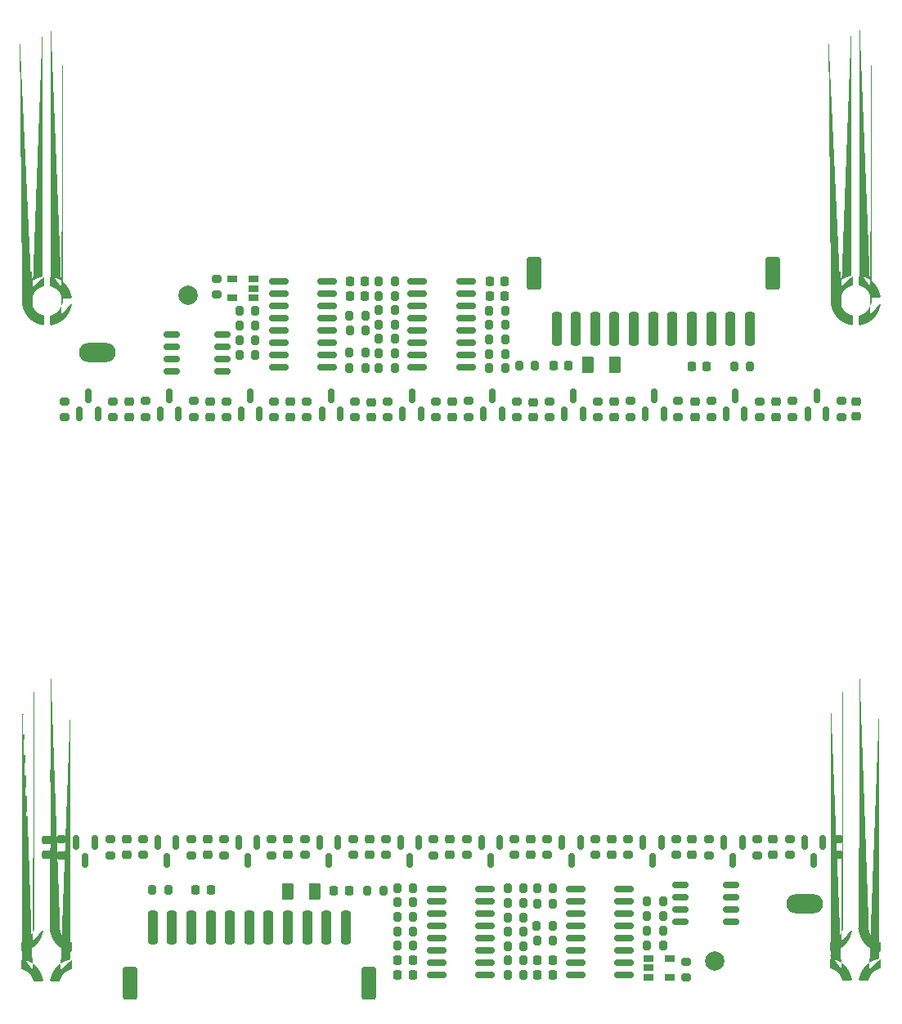
<source format=gtp>
%TF.GenerationSoftware,KiCad,Pcbnew,(6.0.0-rc1-392-g84e0feeee6)*%
%TF.CreationDate,2022-07-25T10:34:59+07:00*%
%TF.ProjectId,Ambino Fan HUB CH552G_Panellize,416d6269-6e6f-4204-9661-6e2048554220,rev?*%
%TF.SameCoordinates,Original*%
%TF.FileFunction,Paste,Top*%
%TF.FilePolarity,Positive*%
%FSLAX46Y46*%
G04 Gerber Fmt 4.6, Leading zero omitted, Abs format (unit mm)*
G04 Created by KiCad (PCBNEW (6.0.0-rc1-392-g84e0feeee6)) date 2022-07-25 10:34:59*
%MOMM*%
%LPD*%
G01*
G04 APERTURE LIST*
G04 Aperture macros list*
%AMRoundRect*
0 Rectangle with rounded corners*
0 $1 Rounding radius*
0 $2 $3 $4 $5 $6 $7 $8 $9 X,Y pos of 4 corners*
0 Add a 4 corners polygon primitive as box body*
4,1,4,$2,$3,$4,$5,$6,$7,$8,$9,$2,$3,0*
0 Add four circle primitives for the rounded corners*
1,1,$1+$1,$2,$3*
1,1,$1+$1,$4,$5*
1,1,$1+$1,$6,$7*
1,1,$1+$1,$8,$9*
0 Add four rect primitives between the rounded corners*
20,1,$1+$1,$2,$3,$4,$5,0*
20,1,$1+$1,$4,$5,$6,$7,0*
20,1,$1+$1,$6,$7,$8,$9,0*
20,1,$1+$1,$8,$9,$2,$3,0*%
%AMFreePoly0*
4,1,53,1.134006,1.032936,1.153104,0.974157,1.153104,0.147677,1.134006,0.088898,1.084006,0.052571,1.074991,0.052571,1.068409,0.048399,1.059129,0.048988,0.869394,-0.013469,0.681766,-0.104658,0.508048,-0.220165,0.351373,-0.357907,0.214567,-0.515398,0.100095,-0.689800,0.010023,-0.877967,-0.051304,-1.068070,-0.050660,-1.077346,-0.052571,-1.080401,-0.052571,-1.084006,-0.068802,-1.106346,
-0.083438,-1.129742,-0.086779,-1.131090,-0.088898,-1.134006,-0.115154,-1.142537,-0.140753,-1.152864,-0.144249,-1.151990,-0.147677,-1.153104,-0.974157,-1.153104,-0.996709,-1.145777,-1.020112,-1.141920,-1.025561,-1.136402,-1.032936,-1.134006,-1.046875,-1.114820,-1.063540,-1.097946,-1.064705,-1.090279,-1.069263,-1.084006,-1.069263,-1.060289,-1.072826,-1.036844,-1.010353,-0.756703,-0.916914,-0.485316,
-0.793682,-0.226095,-0.642207,0.017702,-0.464393,0.243011,-0.262475,0.446998,-0.038991,0.627101,0.203248,0.781054,0.461200,0.906922,0.731619,1.003125,1.011109,1.068451,1.019458,1.067269,1.022202,1.069263,1.084006,1.069263,1.134006,1.032936,1.134006,1.032936,$1*%
%AMFreePoly1*
4,1,53,0.996709,1.145777,1.020112,1.141920,1.025561,1.136402,1.032936,1.134006,1.046875,1.114820,1.063540,1.097946,1.064705,1.090279,1.069263,1.084006,1.069263,1.060289,1.072826,1.036844,1.010353,0.756703,0.916914,0.485316,0.793682,0.226095,0.642207,-0.017702,0.464393,-0.243011,0.262475,-0.446998,0.038991,-0.627101,-0.203248,-0.781054,-0.461200,-0.906922,-0.731619,-1.003125,
-1.011109,-1.068451,-1.019458,-1.067269,-1.022202,-1.069263,-1.084006,-1.069263,-1.134006,-1.032936,-1.153104,-0.974157,-1.153104,-0.147677,-1.134006,-0.088898,-1.084006,-0.052571,-1.074991,-0.052571,-1.068409,-0.048399,-1.059129,-0.048988,-0.869394,0.013469,-0.681766,0.104658,-0.508048,0.220165,-0.351373,0.357907,-0.214567,0.515398,-0.100095,0.689800,-0.010023,0.877967,0.051304,1.068070,
0.050660,1.077346,0.052571,1.080401,0.052571,1.084006,0.068802,1.106346,0.083438,1.129742,0.086779,1.131090,0.088898,1.134006,0.115154,1.142537,0.140753,1.152864,0.144249,1.151990,0.147677,1.153104,0.974157,1.153104,0.996709,1.145777,0.996709,1.145777,$1*%
%AMFreePoly2*
4,1,53,-0.088898,1.134006,-0.052571,1.084006,-0.052571,1.074991,-0.048399,1.068409,-0.048988,1.059129,0.013469,0.869394,0.104658,0.681766,0.220165,0.508048,0.357907,0.351373,0.515398,0.214567,0.689800,0.100095,0.877967,0.010023,1.068070,-0.051304,1.077346,-0.050660,1.080401,-0.052571,1.084006,-0.052571,1.106346,-0.068802,1.129742,-0.083438,1.131090,-0.086779,1.134006,-0.088898,
1.142537,-0.115154,1.152864,-0.140753,1.151990,-0.144249,1.153104,-0.147677,1.153104,-0.974157,1.145777,-0.996709,1.141920,-1.020112,1.136402,-1.025561,1.134006,-1.032936,1.114820,-1.046875,1.097946,-1.063540,1.090279,-1.064705,1.084006,-1.069263,1.060289,-1.069263,1.036844,-1.072826,0.756703,-1.010353,0.485316,-0.916914,0.226095,-0.793682,-0.017702,-0.642207,-0.243011,-0.464393,
-0.446998,-0.262475,-0.627101,-0.038991,-0.781054,0.203248,-0.906922,0.461200,-1.003125,0.731619,-1.068451,1.011109,-1.067269,1.019458,-1.069263,1.022202,-1.069263,1.084006,-1.032936,1.134006,-0.974157,1.153104,-0.147677,1.153104,-0.088898,1.134006,-0.088898,1.134006,$1*%
%AMFreePoly3*
4,1,53,-0.756703,1.010353,-0.485316,0.916914,-0.226095,0.793682,0.017702,0.642207,0.243011,0.464393,0.446998,0.262475,0.627101,0.038991,0.781054,-0.203248,0.906922,-0.461200,1.003125,-0.731619,1.068451,-1.011109,1.067269,-1.019458,1.069263,-1.022202,1.069263,-1.084006,1.032936,-1.134006,0.974157,-1.153104,0.147677,-1.153104,0.088898,-1.134006,0.052571,-1.084006,0.052571,-1.074991,
0.048399,-1.068409,0.048988,-1.059129,-0.013469,-0.869394,-0.104658,-0.681766,-0.220165,-0.508048,-0.357907,-0.351373,-0.515398,-0.214567,-0.689800,-0.100095,-0.877967,-0.010023,-1.068070,0.051304,-1.077346,0.050660,-1.080401,0.052571,-1.084006,0.052571,-1.106346,0.068802,-1.129742,0.083438,-1.131090,0.086779,-1.134006,0.088898,-1.142537,0.115154,-1.152864,0.140753,-1.151990,0.144249,
-1.153104,0.147677,-1.153104,0.974157,-1.145777,0.996709,-1.141920,1.020112,-1.136402,1.025561,-1.134006,1.032936,-1.114820,1.046875,-1.097946,1.063540,-1.090279,1.064705,-1.084006,1.069263,-1.060289,1.069263,-1.036844,1.072826,-0.756703,1.010353,-0.756703,1.010353,$1*%
G04 Aperture macros list end*
%ADD10RoundRect,0.200000X-0.275000X0.200000X-0.275000X-0.200000X0.275000X-0.200000X0.275000X0.200000X0*%
%ADD11RoundRect,0.200000X-0.200000X-0.275000X0.200000X-0.275000X0.200000X0.275000X-0.200000X0.275000X0*%
%ADD12RoundRect,0.150000X-0.150000X0.587500X-0.150000X-0.587500X0.150000X-0.587500X0.150000X0.587500X0*%
%ADD13RoundRect,0.200000X0.275000X-0.200000X0.275000X0.200000X-0.275000X0.200000X-0.275000X-0.200000X0*%
%ADD14RoundRect,0.200000X0.200000X0.275000X-0.200000X0.275000X-0.200000X-0.275000X0.200000X-0.275000X0*%
%ADD15RoundRect,0.150000X0.850000X0.150000X-0.850000X0.150000X-0.850000X-0.150000X0.850000X-0.150000X0*%
%ADD16R,1.060000X0.650000*%
%ADD17C,2.000000*%
%ADD18RoundRect,0.225000X0.225000X0.250000X-0.225000X0.250000X-0.225000X-0.250000X0.225000X-0.250000X0*%
%ADD19O,3.800000X2.000000*%
%ADD20RoundRect,0.218750X-0.256250X0.218750X-0.256250X-0.218750X0.256250X-0.218750X0.256250X0.218750X0*%
%ADD21RoundRect,0.218750X0.218750X0.256250X-0.218750X0.256250X-0.218750X-0.256250X0.218750X-0.256250X0*%
%ADD22RoundRect,0.218750X-0.218750X-0.256250X0.218750X-0.256250X0.218750X0.256250X-0.218750X0.256250X0*%
%ADD23RoundRect,0.150000X-0.675000X-0.150000X0.675000X-0.150000X0.675000X0.150000X-0.675000X0.150000X0*%
%ADD24RoundRect,0.250000X-0.375000X-0.625000X0.375000X-0.625000X0.375000X0.625000X-0.375000X0.625000X0*%
%ADD25FreePoly0,180.000000*%
%ADD26FreePoly1,180.000000*%
%ADD27FreePoly2,180.000000*%
%ADD28FreePoly3,180.000000*%
%ADD29RoundRect,0.250000X-0.250000X-1.500000X0.250000X-1.500000X0.250000X1.500000X-0.250000X1.500000X0*%
%ADD30RoundRect,0.250001X-0.499999X-1.449999X0.499999X-1.449999X0.499999X1.449999X-0.499999X1.449999X0*%
%ADD31FreePoly1,0.000000*%
%ADD32FreePoly0,0.000000*%
%ADD33FreePoly3,0.000000*%
%ADD34FreePoly2,0.000000*%
%ADD35RoundRect,0.250000X0.375000X0.625000X-0.375000X0.625000X-0.375000X-0.625000X0.375000X-0.625000X0*%
%ADD36RoundRect,0.225000X-0.225000X-0.250000X0.225000X-0.250000X0.225000X0.250000X-0.225000X0.250000X0*%
%ADD37RoundRect,0.150000X0.675000X0.150000X-0.675000X0.150000X-0.675000X-0.150000X0.675000X-0.150000X0*%
%ADD38RoundRect,0.250000X0.250000X1.500000X-0.250000X1.500000X-0.250000X-1.500000X0.250000X-1.500000X0*%
%ADD39RoundRect,0.250001X0.499999X1.449999X-0.499999X1.449999X-0.499999X-1.449999X0.499999X-1.449999X0*%
%ADD40RoundRect,0.218750X0.256250X-0.218750X0.256250X0.218750X-0.256250X0.218750X-0.256250X-0.218750X0*%
%ADD41RoundRect,0.150000X0.150000X-0.587500X0.150000X0.587500X-0.150000X0.587500X-0.150000X-0.587500X0*%
%ADD42RoundRect,0.150000X-0.850000X-0.150000X0.850000X-0.150000X0.850000X0.150000X-0.850000X0.150000X0*%
G04 APERTURE END LIST*
D10*
%TO.C,R12*%
X121651200Y-105341017D03*
X121651200Y-106991017D03*
%TD*%
D11*
%TO.C,R40*%
X154036193Y-110446017D03*
X155686193Y-110446017D03*
%TD*%
D12*
%TO.C,Q9*%
X150196197Y-105638517D03*
X148296197Y-105638517D03*
X149246197Y-107513517D03*
%TD*%
D13*
%TO.C,R5*%
X176841194Y-106981017D03*
X176841194Y-105331017D03*
%TD*%
D12*
%TO.C,Q3*%
X175301194Y-105638517D03*
X173401194Y-105638517D03*
X174351194Y-107513517D03*
%TD*%
D10*
%TO.C,R26*%
X169451193Y-117991017D03*
X169451193Y-119641017D03*
%TD*%
%TO.C,R7*%
X171851194Y-105341017D03*
X171851194Y-106991017D03*
%TD*%
%TO.C,R14*%
X118246201Y-105331017D03*
X118246201Y-106981017D03*
%TD*%
D11*
%TO.C,R39*%
X165446193Y-116316017D03*
X167096193Y-116316017D03*
%TD*%
%TO.C,R21*%
X154036193Y-115786017D03*
X155686193Y-115786017D03*
%TD*%
%TO.C,R24*%
X139581193Y-114868518D03*
X141231193Y-114868518D03*
%TD*%
%TO.C,R22*%
X154026193Y-114296017D03*
X155676193Y-114296017D03*
%TD*%
D14*
%TO.C,R25*%
X167076193Y-114810017D03*
X165426193Y-114810017D03*
%TD*%
D10*
%TO.C,R20*%
X104761193Y-105331017D03*
X104761193Y-106981017D03*
%TD*%
D12*
%TO.C,Q1*%
X183661193Y-105638517D03*
X181761193Y-105638517D03*
X182711193Y-107513517D03*
%TD*%
D10*
%TO.C,R16*%
X113266201Y-105311017D03*
X113266201Y-106961017D03*
%TD*%
%TO.C,R8*%
X130001199Y-105326017D03*
X130001199Y-106976017D03*
%TD*%
%TO.C,R3*%
X180201193Y-105301017D03*
X180201193Y-106951017D03*
%TD*%
%TO.C,R17*%
X151716197Y-105321017D03*
X151716197Y-106971017D03*
%TD*%
D11*
%TO.C,R23*%
X139581193Y-116364351D03*
X141231193Y-116364351D03*
%TD*%
D10*
%TO.C,R11*%
X163496195Y-105318517D03*
X163496195Y-106968517D03*
%TD*%
%TO.C,R19*%
X146756197Y-105311017D03*
X146756197Y-106961017D03*
%TD*%
D13*
%TO.C,R1*%
X185231193Y-106971017D03*
X185231193Y-105321017D03*
%TD*%
D11*
%TO.C,R41*%
X154046193Y-111976017D03*
X155696193Y-111976017D03*
%TD*%
D12*
%TO.C,Q5*%
X166936195Y-105638517D03*
X165036195Y-105638517D03*
X165986195Y-107513517D03*
%TD*%
D10*
%TO.C,R10*%
X126601200Y-105341017D03*
X126601200Y-106991017D03*
%TD*%
%TO.C,R13*%
X160091196Y-105321017D03*
X160091196Y-106971017D03*
%TD*%
%TO.C,R4*%
X138381198Y-105321017D03*
X138381198Y-106971017D03*
%TD*%
D15*
%TO.C,U3*%
X148661193Y-119351017D03*
X148661193Y-118081017D03*
X148661193Y-116811017D03*
X148661193Y-115541017D03*
X148661193Y-114271017D03*
X148661193Y-113001017D03*
X148661193Y-111731017D03*
X148661193Y-110461017D03*
X143661193Y-110461017D03*
X143661193Y-111731017D03*
X143661193Y-113001017D03*
X143661193Y-114271017D03*
X143661193Y-115541017D03*
X143661193Y-116811017D03*
X143661193Y-118081017D03*
X143661193Y-119351017D03*
%TD*%
D12*
%TO.C,Q7*%
X158551196Y-105638517D03*
X156651196Y-105638517D03*
X157601196Y-107513517D03*
%TD*%
D16*
%TO.C,U1*%
X165611193Y-117696017D03*
X165611193Y-118646017D03*
X165611193Y-119596017D03*
X167811193Y-119596017D03*
X167811193Y-117696017D03*
%TD*%
D10*
%TO.C,R6*%
X134991199Y-105311017D03*
X134991199Y-106961017D03*
%TD*%
D17*
%TO.C,PWM_Out*%
X172411193Y-117976017D03*
%TD*%
D12*
%TO.C,Q6*%
X125071200Y-105638517D03*
X123171200Y-105638517D03*
X124121200Y-107513517D03*
%TD*%
%TO.C,Q8*%
X116696201Y-105638517D03*
X114796201Y-105638517D03*
X115746201Y-107513517D03*
%TD*%
D18*
%TO.C,C2*%
X155646193Y-119356017D03*
X154096193Y-119356017D03*
%TD*%
D10*
%TO.C,R18*%
X109861202Y-105331017D03*
X109861202Y-106981017D03*
%TD*%
D12*
%TO.C,Q10*%
X108241193Y-105648517D03*
X106341193Y-105648517D03*
X107291193Y-107523517D03*
%TD*%
D18*
%TO.C,C4*%
X141181193Y-117860184D03*
X139631193Y-117860184D03*
%TD*%
D15*
%TO.C,U2*%
X163041193Y-119381017D03*
X163041193Y-118111017D03*
X163041193Y-116841017D03*
X163041193Y-115571017D03*
X163041193Y-114301017D03*
X163041193Y-113031017D03*
X163041193Y-111761017D03*
X163041193Y-110491017D03*
X158041193Y-110491017D03*
X158041193Y-111761017D03*
X158041193Y-113031017D03*
X158041193Y-114301017D03*
X158041193Y-115571017D03*
X158041193Y-116841017D03*
X158041193Y-118111017D03*
X158041193Y-119381017D03*
%TD*%
D19*
%TO.C,FAN_GND*%
X181801193Y-112016017D03*
%TD*%
D10*
%TO.C,R15*%
X155121196Y-105311017D03*
X155121196Y-106961017D03*
%TD*%
%TO.C,R2*%
X143351198Y-105361017D03*
X143351198Y-107011017D03*
%TD*%
%TO.C,R9*%
X168456195Y-105318517D03*
X168456195Y-106968517D03*
%TD*%
D14*
%TO.C,R27*%
X167076193Y-111746017D03*
X165426193Y-111746017D03*
%TD*%
D11*
%TO.C,R35*%
X151026193Y-119376017D03*
X152676193Y-119376017D03*
%TD*%
D20*
%TO.C,F8*%
X161801193Y-105338517D03*
X161801193Y-106913517D03*
%TD*%
D11*
%TO.C,R43*%
X136486193Y-110656017D03*
X138136193Y-110656017D03*
%TD*%
D14*
%TO.C,R29*%
X141231193Y-113372685D03*
X139581193Y-113372685D03*
%TD*%
D20*
%TO.C,F6*%
X170111193Y-105338517D03*
X170111193Y-106913517D03*
%TD*%
D11*
%TO.C,R33*%
X151026193Y-110436017D03*
X152676193Y-110436017D03*
%TD*%
D21*
%TO.C,D2*%
X134598693Y-110676017D03*
X133023693Y-110676017D03*
%TD*%
D11*
%TO.C,R31*%
X151026193Y-117886017D03*
X152676193Y-117886017D03*
%TD*%
D22*
%TO.C,D1*%
X118703693Y-110596017D03*
X120278693Y-110596017D03*
%TD*%
D11*
%TO.C,R37*%
X151026193Y-111926017D03*
X152676193Y-111926017D03*
%TD*%
D20*
%TO.C,F2*%
X103241193Y-105378517D03*
X103241193Y-106953517D03*
%TD*%
D12*
%TO.C,Q4*%
X133441199Y-105638517D03*
X131541199Y-105638517D03*
X132491199Y-107513517D03*
%TD*%
D11*
%TO.C,R38*%
X151026193Y-113416017D03*
X152676193Y-113416017D03*
%TD*%
D12*
%TO.C,Q2*%
X141821198Y-105638517D03*
X139921198Y-105638517D03*
X140871198Y-107513517D03*
%TD*%
D11*
%TO.C,R34*%
X151026193Y-114906017D03*
X152676193Y-114906017D03*
%TD*%
D20*
%TO.C,F11*%
X111561193Y-105348517D03*
X111561193Y-106923517D03*
%TD*%
%TO.C,F7*%
X178501193Y-105328517D03*
X178501193Y-106903517D03*
%TD*%
D14*
%TO.C,R32*%
X141231193Y-111876852D03*
X139581193Y-111876852D03*
%TD*%
%TO.C,R36*%
X141231193Y-110381019D03*
X139581193Y-110381019D03*
%TD*%
%TO.C,R42*%
X115891193Y-110596017D03*
X114241193Y-110596017D03*
%TD*%
D11*
%TO.C,R30*%
X151026193Y-116396017D03*
X152676193Y-116396017D03*
%TD*%
D18*
%TO.C,C1*%
X141181193Y-119356017D03*
X139631193Y-119356017D03*
%TD*%
D23*
%TO.C,Q11*%
X168856193Y-113918061D03*
X168856193Y-111378061D03*
X168856193Y-110108061D03*
X168856193Y-112648061D03*
X174106193Y-112648061D03*
X174106193Y-111378061D03*
X174106193Y-110108061D03*
X174106193Y-113918061D03*
%TD*%
D18*
%TO.C,C3*%
X155646193Y-117846017D03*
X154096193Y-117846017D03*
%TD*%
D24*
%TO.C,F1*%
X128231193Y-110716017D03*
X131031193Y-110716017D03*
%TD*%
D25*
%TO.C,H7*%
X188459297Y-118829121D03*
D26*
X185553089Y-115922913D03*
D27*
X188459297Y-115922913D03*
D28*
X185553089Y-118829121D03*
%TD*%
D26*
%TO.C,H6*%
X101828089Y-115947913D03*
D25*
X104734297Y-118854121D03*
D28*
X101828089Y-118854121D03*
D27*
X104734297Y-115947913D03*
%TD*%
D20*
%TO.C,F10*%
X128261193Y-105366017D03*
X128261193Y-106941017D03*
%TD*%
%TO.C,F3*%
X119951193Y-105368517D03*
X119951193Y-106943517D03*
%TD*%
D11*
%TO.C,R28*%
X165426193Y-113278017D03*
X167076193Y-113278017D03*
%TD*%
D20*
%TO.C,F4*%
X136681193Y-105318517D03*
X136681193Y-106893517D03*
%TD*%
%TO.C,F5*%
X153411193Y-105318517D03*
X153411193Y-106893517D03*
%TD*%
D29*
%TO.C,J1*%
X114261193Y-114486017D03*
X116261193Y-114486017D03*
X118261193Y-114486017D03*
X120261193Y-114486017D03*
X122261193Y-114486017D03*
X124261193Y-114486017D03*
X126261193Y-114486017D03*
X128261193Y-114486017D03*
X130261193Y-114486017D03*
X132261193Y-114486017D03*
X134261193Y-114486017D03*
D30*
X136611193Y-120236017D03*
X111911193Y-120236017D03*
%TD*%
D20*
%TO.C,F9*%
X145021193Y-105366017D03*
X145021193Y-106941017D03*
%TD*%
D31*
%TO.C,H6*%
X188503104Y-51018104D03*
D32*
X185596896Y-48111896D03*
D33*
X188503104Y-48111896D03*
D34*
X185596896Y-51018104D03*
%TD*%
D32*
%TO.C,H7*%
X101871896Y-48136896D03*
D31*
X104778104Y-51043104D03*
D34*
X101871896Y-51043104D03*
D33*
X104778104Y-48136896D03*
%TD*%
D35*
%TO.C,F1*%
X162100000Y-56250000D03*
X159300000Y-56250000D03*
%TD*%
D36*
%TO.C,C3*%
X134685000Y-49120000D03*
X136235000Y-49120000D03*
%TD*%
D37*
%TO.C,Q11*%
X121475000Y-53047956D03*
X121475000Y-55587956D03*
X121475000Y-56857956D03*
X121475000Y-54317956D03*
X116225000Y-54317956D03*
X116225000Y-55587956D03*
X116225000Y-56857956D03*
X116225000Y-53047956D03*
%TD*%
D14*
%TO.C,R28*%
X124905000Y-53688000D03*
X123255000Y-53688000D03*
%TD*%
D38*
%TO.C,J1*%
X176070000Y-52480000D03*
X174070000Y-52480000D03*
X172070000Y-52480000D03*
X170070000Y-52480000D03*
X168070000Y-52480000D03*
X166070000Y-52480000D03*
X164070000Y-52480000D03*
X162070000Y-52480000D03*
X160070000Y-52480000D03*
X158070000Y-52480000D03*
X156070000Y-52480000D03*
D39*
X153720000Y-46730000D03*
X178420000Y-46730000D03*
%TD*%
D40*
%TO.C,F4*%
X153650000Y-61647500D03*
X153650000Y-60072500D03*
%TD*%
%TO.C,F10*%
X162070000Y-61600000D03*
X162070000Y-60025000D03*
%TD*%
%TO.C,F3*%
X170380000Y-61597500D03*
X170380000Y-60022500D03*
%TD*%
%TO.C,F9*%
X145310000Y-61600000D03*
X145310000Y-60025000D03*
%TD*%
%TO.C,F5*%
X136920000Y-61647500D03*
X136920000Y-60072500D03*
%TD*%
%TO.C,F7*%
X111830000Y-61637500D03*
X111830000Y-60062500D03*
%TD*%
%TO.C,F8*%
X128530000Y-61627500D03*
X128530000Y-60052500D03*
%TD*%
%TO.C,F11*%
X178770000Y-61617500D03*
X178770000Y-60042500D03*
%TD*%
%TO.C,F2*%
X187090000Y-61587500D03*
X187090000Y-60012500D03*
%TD*%
%TO.C,F6*%
X120220000Y-61627500D03*
X120220000Y-60052500D03*
%TD*%
D14*
%TO.C,R31*%
X139305000Y-49080000D03*
X137655000Y-49080000D03*
%TD*%
D11*
%TO.C,R29*%
X149100000Y-53593332D03*
X150750000Y-53593332D03*
%TD*%
D14*
%TO.C,R33*%
X139305000Y-56530000D03*
X137655000Y-56530000D03*
%TD*%
%TO.C,R35*%
X139305000Y-47590000D03*
X137655000Y-47590000D03*
%TD*%
%TO.C,R37*%
X139305000Y-55040000D03*
X137655000Y-55040000D03*
%TD*%
D21*
%TO.C,D1*%
X171627500Y-56370000D03*
X170052500Y-56370000D03*
%TD*%
D22*
%TO.C,D2*%
X155732500Y-56290000D03*
X157307500Y-56290000D03*
%TD*%
D14*
%TO.C,R43*%
X153845000Y-56310000D03*
X152195000Y-56310000D03*
%TD*%
D36*
%TO.C,C1*%
X149150000Y-47610000D03*
X150700000Y-47610000D03*
%TD*%
D11*
%TO.C,R42*%
X174440000Y-56370000D03*
X176090000Y-56370000D03*
%TD*%
D14*
%TO.C,R30*%
X139305000Y-50570000D03*
X137655000Y-50570000D03*
%TD*%
D11*
%TO.C,R36*%
X149100000Y-56584998D03*
X150750000Y-56584998D03*
%TD*%
D14*
%TO.C,R38*%
X139305000Y-53550000D03*
X137655000Y-53550000D03*
%TD*%
D11*
%TO.C,R32*%
X149100000Y-55089165D03*
X150750000Y-55089165D03*
%TD*%
D14*
%TO.C,R34*%
X139305000Y-52060000D03*
X137655000Y-52060000D03*
%TD*%
D41*
%TO.C,Q2*%
X148509995Y-61327500D03*
X150409995Y-61327500D03*
X149459995Y-59452500D03*
%TD*%
%TO.C,Q4*%
X156889994Y-61327500D03*
X158789994Y-61327500D03*
X157839994Y-59452500D03*
%TD*%
D11*
%TO.C,R27*%
X123255000Y-55220000D03*
X124905000Y-55220000D03*
%TD*%
D41*
%TO.C,Q5*%
X123394998Y-61327500D03*
X125294998Y-61327500D03*
X124344998Y-59452500D03*
%TD*%
D17*
%TO.C,PWM_Out*%
X117920000Y-48990000D03*
%TD*%
D13*
%TO.C,R6*%
X155339994Y-61655000D03*
X155339994Y-60005000D03*
%TD*%
%TO.C,R2*%
X146979995Y-61605000D03*
X146979995Y-59955000D03*
%TD*%
%TO.C,R13*%
X130239997Y-61645000D03*
X130239997Y-59995000D03*
%TD*%
%TO.C,R10*%
X163729993Y-61625000D03*
X163729993Y-59975000D03*
%TD*%
%TO.C,R9*%
X121874998Y-61647500D03*
X121874998Y-59997500D03*
%TD*%
%TO.C,R15*%
X135209997Y-61655000D03*
X135209997Y-60005000D03*
%TD*%
D14*
%TO.C,R41*%
X136285000Y-54990000D03*
X134635000Y-54990000D03*
%TD*%
D41*
%TO.C,Q10*%
X182090000Y-61317500D03*
X183990000Y-61317500D03*
X183040000Y-59442500D03*
%TD*%
D42*
%TO.C,U3*%
X141670000Y-47615000D03*
X141670000Y-48885000D03*
X141670000Y-50155000D03*
X141670000Y-51425000D03*
X141670000Y-52695000D03*
X141670000Y-53965000D03*
X141670000Y-55235000D03*
X141670000Y-56505000D03*
X146670000Y-56505000D03*
X146670000Y-55235000D03*
X146670000Y-53965000D03*
X146670000Y-52695000D03*
X146670000Y-51425000D03*
X146670000Y-50155000D03*
X146670000Y-48885000D03*
X146670000Y-47615000D03*
%TD*%
%TO.C,U2*%
X127290000Y-47585000D03*
X127290000Y-48855000D03*
X127290000Y-50125000D03*
X127290000Y-51395000D03*
X127290000Y-52665000D03*
X127290000Y-53935000D03*
X127290000Y-55205000D03*
X127290000Y-56475000D03*
X132290000Y-56475000D03*
X132290000Y-55205000D03*
X132290000Y-53935000D03*
X132290000Y-52665000D03*
X132290000Y-51395000D03*
X132290000Y-50125000D03*
X132290000Y-48855000D03*
X132290000Y-47585000D03*
%TD*%
D16*
%TO.C,U1*%
X124720000Y-49270000D03*
X124720000Y-48320000D03*
X124720000Y-47370000D03*
X122520000Y-47370000D03*
X122520000Y-49270000D03*
%TD*%
D41*
%TO.C,Q8*%
X173634992Y-61327500D03*
X175534992Y-61327500D03*
X174584992Y-59452500D03*
%TD*%
D19*
%TO.C,FAN_GND*%
X108530000Y-54950000D03*
%TD*%
D36*
%TO.C,C4*%
X149150000Y-49105833D03*
X150700000Y-49105833D03*
%TD*%
D13*
%TO.C,R18*%
X180469991Y-61635000D03*
X180469991Y-59985000D03*
%TD*%
D36*
%TO.C,C2*%
X134685000Y-47610000D03*
X136235000Y-47610000D03*
%TD*%
D41*
%TO.C,Q6*%
X165259993Y-61327500D03*
X167159993Y-61327500D03*
X166209993Y-59452500D03*
%TD*%
D13*
%TO.C,R4*%
X151949995Y-61645000D03*
X151949995Y-59995000D03*
%TD*%
D41*
%TO.C,Q7*%
X131779997Y-61327500D03*
X133679997Y-61327500D03*
X132729997Y-59452500D03*
%TD*%
D13*
%TO.C,R14*%
X172084992Y-61635000D03*
X172084992Y-59985000D03*
%TD*%
%TO.C,R16*%
X177064992Y-61655000D03*
X177064992Y-60005000D03*
%TD*%
%TO.C,R20*%
X185570000Y-61635000D03*
X185570000Y-59985000D03*
%TD*%
D14*
%TO.C,R24*%
X150750000Y-52097499D03*
X149100000Y-52097499D03*
%TD*%
D41*
%TO.C,Q3*%
X115029999Y-61327500D03*
X116929999Y-61327500D03*
X115979999Y-59452500D03*
%TD*%
%TO.C,Q9*%
X140134996Y-61327500D03*
X142034996Y-61327500D03*
X141084996Y-59452500D03*
%TD*%
D13*
%TO.C,R19*%
X143574996Y-61655000D03*
X143574996Y-60005000D03*
%TD*%
D14*
%TO.C,R40*%
X136295000Y-56520000D03*
X134645000Y-56520000D03*
%TD*%
%TO.C,R21*%
X136295000Y-51180000D03*
X134645000Y-51180000D03*
%TD*%
D11*
%TO.C,R25*%
X123255000Y-52156000D03*
X124905000Y-52156000D03*
%TD*%
D14*
%TO.C,R39*%
X124885000Y-50650000D03*
X123235000Y-50650000D03*
%TD*%
D13*
%TO.C,R11*%
X126834998Y-61647500D03*
X126834998Y-59997500D03*
%TD*%
D10*
%TO.C,R5*%
X113489999Y-59985000D03*
X113489999Y-61635000D03*
%TD*%
D13*
%TO.C,R7*%
X118479999Y-61625000D03*
X118479999Y-59975000D03*
%TD*%
D14*
%TO.C,R22*%
X136305000Y-52670000D03*
X134655000Y-52670000D03*
%TD*%
D41*
%TO.C,Q1*%
X106670000Y-61327500D03*
X108570000Y-61327500D03*
X107620000Y-59452500D03*
%TD*%
D10*
%TO.C,R1*%
X105100000Y-59995000D03*
X105100000Y-61645000D03*
%TD*%
D13*
%TO.C,R26*%
X120880000Y-48975000D03*
X120880000Y-47325000D03*
%TD*%
D14*
%TO.C,R23*%
X150750000Y-50601666D03*
X149100000Y-50601666D03*
%TD*%
D13*
%TO.C,R17*%
X138614996Y-61645000D03*
X138614996Y-59995000D03*
%TD*%
%TO.C,R3*%
X110130000Y-61665000D03*
X110130000Y-60015000D03*
%TD*%
%TO.C,R8*%
X160329994Y-61640000D03*
X160329994Y-59990000D03*
%TD*%
%TO.C,R12*%
X168679993Y-61625000D03*
X168679993Y-59975000D03*
%TD*%
M02*

</source>
